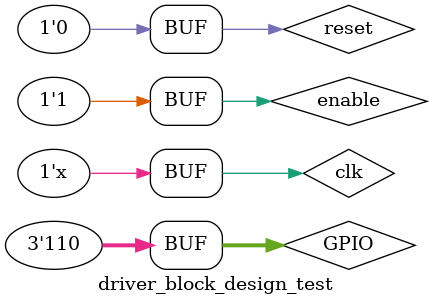
<source format=v>
`timescale 1ns / 1ps


module driver_block_design_test(

    );
    
    reg enable;
    reg reset;
    reg clk;
    reg [2:0] GPIO;
    
    wire gsclk;
    wire sclk;
    wire latch;
    wire sout;
    
    driver_block_design uut(
        .enable_0(enable),
        .reset_0(reset),
        .clk_0(clk),
        .GPIO_IN(GPIO),
        .gsclk_0(gsclk),
        .sclk_0(sclk),
        .sout_0(sout),
        .latch_0(latch)
        );
        
    initial begin
    GPIO = 3'b000;
    clk = 0;
    enable = 1;
    reset = 0;
    #10
    GPIO = 3'b100;
    #50
    GPIO = 3'b110;
    
    
    end
    
    always #5 clk = ~clk;
endmodule

</source>
